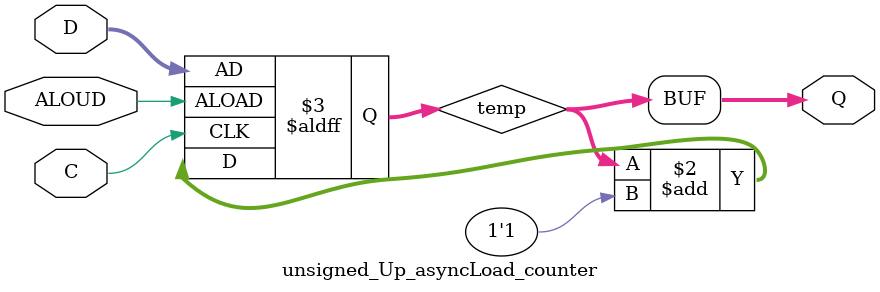
<source format=v>
`timescale 1ns / 1ps

module unsigned_Up_asyncLoad_counter(
    input C,
    input ALOUD,
    input [3:0] D,
    output [3:0] Q
    );
	 
	 reg [3:0] temp;
	 always @ (posedge C or posedge ALOUD) begin
		if (ALOUD)
			temp <= D;
		else
			temp <= temp + 1'b1;
	 end
	 assign Q = temp;

endmodule

</source>
